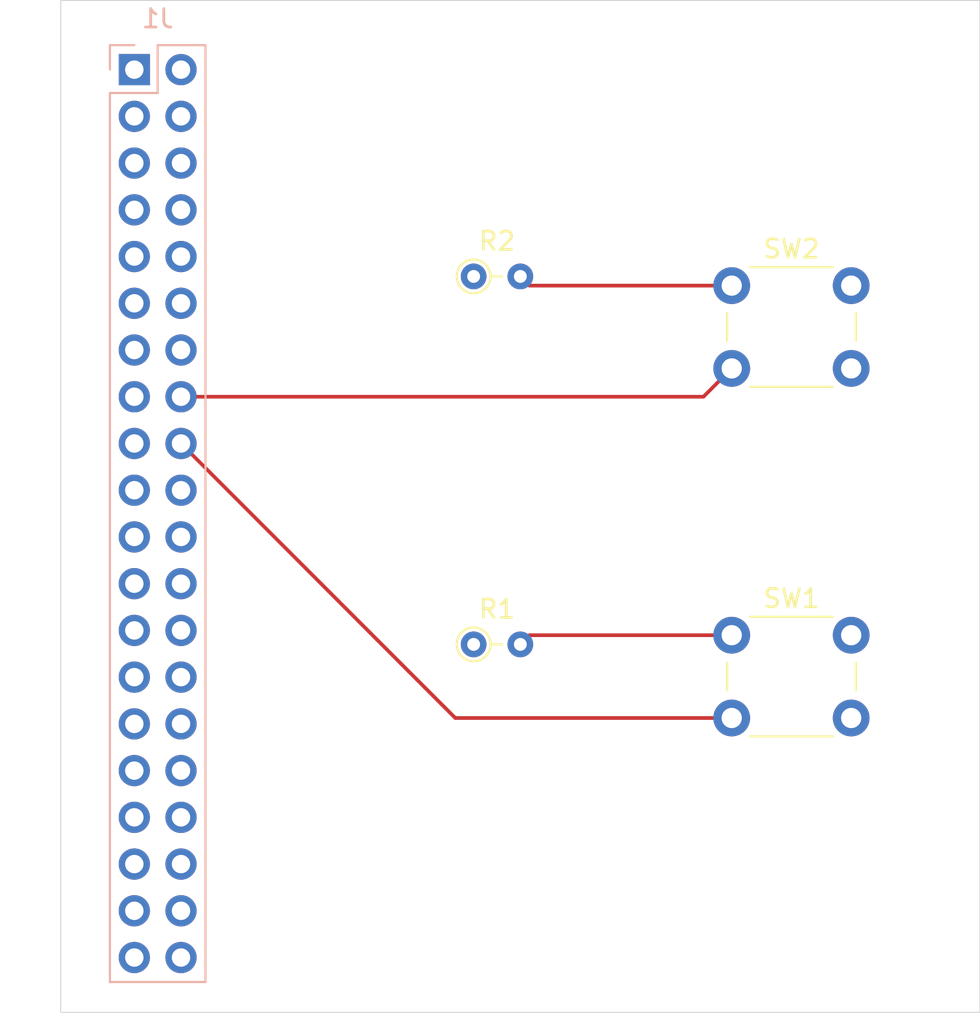
<source format=kicad_pcb>
(kicad_pcb (version 20241229) (generator "pcbnew") (generator_version "9.0")
  (title_block (title "PCB Button") (date "2025-04-22") (rev "1") (company "Aero Scan"))
  (layers (0 "F.Cu" signal) (2 "B.Cu" signal) (13 "F.Paste" user) (15 "B.Paste" user) (5 "F.SilkS" user "F.Silkscreen") (7 "B.SilkS" user "B.Silkscreen") (1 "F.Mask" user) (3 "B.Mask" user) (25 "Edge.Cuts" user))
  (net 0 "")
  (net 4 "Net-(J1-Pin_16)")
  (net 9 "Net-(J1-Pin_18)")
  (net 39 "GND")
  (net 41 "Net-(R1-Pad2)")
  (net 42 "Net-(R2-Pad2)")
  (footprint "Resistor_THT:R_Axial_DIN0204_L3.6mm_D1.6mm_P2.54mm_Vertical" (layer "F.Cu") (at 114.46 62)
    (property "Reference" "R2" (at 1.27 -1.92 0) (layer "F.SilkS"))
    (property "Value" "R")
    (fp_line (start 0.92 0) (end 1.54 0) (stroke (width 0.12)) (layer "F.SilkS"))
    (fp_circle (center 0 0) (end 0.92 0) (stroke (width 0.12)) (fill no) (layer "F.SilkS"))
    (pad "1" thru_hole circle (at 0 0) (size 1.4 1.4) (drill 0.7) (layers "*.Cu" "*.Mask") (net 39 "GND"))
    (pad "2" thru_hole oval (at 2.54 0) (size 1.4 1.4) (drill 0.7) (layers "*.Cu" "*.Mask") (net 42 "Net-(R2-Pad2)"))
  )
  (footprint "Resistor_THT:R_Axial_DIN0204_L3.6mm_D1.6mm_P2.54mm_Vertical" (layer "F.Cu") (at 114.46 82)
    (property "Reference" "R1" (at 1.27 -1.92 0) (layer "F.SilkS"))
    (property "Value" "R")
    (fp_line (start 0.92 0) (end 1.54 0) (stroke (width 0.12)) (layer "F.SilkS"))
    (fp_circle (center 0 0) (end 0.92 0) (stroke (width 0.12)) (fill no) (layer "F.SilkS"))
    (pad "1" thru_hole circle (at 0 0) (size 1.4 1.4) (drill 0.7) (layers "*.Cu" "*.Mask") (net 39 "GND"))
    (pad "2" thru_hole oval (at 2.54 0) (size 1.4 1.4) (drill 0.7) (layers "*.Cu" "*.Mask") (net 41 "Net-(R1-Pad2)"))
  )
  (footprint "Button_Switch_THT:SW_PUSH_6mm_H9.5mm" (layer "F.Cu") (at 128.5 62.5)
    (property "Reference" "SW2" (at 3.25 -2 0) (layer "F.SilkS"))
    (property "Value" "SW_Push")
    (fp_line (start -0.25 1.5) (end -0.25 3) (stroke (width 0.12)) (layer "F.SilkS"))
    (fp_line (start 1 5.5) (end 5.5 5.5) (stroke (width 0.12)) (layer "F.SilkS"))
    (fp_line (start 5.5 -1) (end 1 -1) (stroke (width 0.12)) (layer "F.SilkS"))
    (fp_line (start 6.75 3) (end 6.75 1.5) (stroke (width 0.12)) (layer "F.SilkS"))
    (pad "1" thru_hole circle (at 0 0 90) (size 2 2) (drill 1.1) (layers "*.Cu" "*.Mask") (net 42 "Net-(R2-Pad2)"))
    (pad "1" thru_hole circle (at 6.5 0 90) (size 2 2) (drill 1.1) (layers "*.Cu" "*.Mask") (net 42 "Net-(R2-Pad2)"))
    (pad "2" thru_hole circle (at 0 4.5 90) (size 2 2) (drill 1.1) (layers "*.Cu" "*.Mask") (net 4 "Net-(J1-Pin_16)"))
    (pad "2" thru_hole circle (at 6.5 4.5 90) (size 2 2) (drill 1.1) (layers "*.Cu" "*.Mask") (net 4 "Net-(J1-Pin_16)"))
  )
  (footprint "Button_Switch_THT:SW_PUSH_6mm_H9.5mm" (layer "F.Cu") (at 128.5 81.5)
    (property "Reference" "SW1" (at 3.25 -2 0) (layer "F.SilkS"))
    (property "Value" "SW_Push")
    (fp_line (start -0.25 1.5) (end -0.25 3) (stroke (width 0.12)) (layer "F.SilkS"))
    (fp_line (start 1 5.5) (end 5.5 5.5) (stroke (width 0.12)) (layer "F.SilkS"))
    (fp_line (start 5.5 -1) (end 1 -1) (stroke (width 0.12)) (layer "F.SilkS"))
    (fp_line (start 6.75 3) (end 6.75 1.5) (stroke (width 0.12)) (layer "F.SilkS"))
    (pad "1" thru_hole circle (at 0 0 90) (size 2 2) (drill 1.1) (layers "*.Cu" "*.Mask") (net 41 "Net-(R1-Pad2)"))
    (pad "1" thru_hole circle (at 6.5 0 90) (size 2 2) (drill 1.1) (layers "*.Cu" "*.Mask") (net 41 "Net-(R1-Pad2)"))
    (pad "2" thru_hole circle (at 0 4.5 90) (size 2 2) (drill 1.1) (layers "*.Cu" "*.Mask") (net 9 "Net-(J1-Pin_18)"))
    (pad "2" thru_hole circle (at 6.5 4.5 90) (size 2 2) (drill 1.1) (layers "*.Cu" "*.Mask") (net 9 "Net-(J1-Pin_18)"))
  )
  (footprint "Connector_PinSocket_2.54mm:PinSocket_2x20_P2.54mm_Vertical" (layer "B.Cu") (at 96 50.76 180)
    (property "Reference" "J1" (at -1.27 2.77 0) (layer "B.SilkS") (effects (justify mirror)))
    (property "Value" "Conn_02x20_Odd_Even")
    (fp_line (start 1.33 1.33) (end 1.33 0) (stroke (width 0.12)) (layer "B.SilkS"))
    (fp_line (start 1.33 -1.27) (end 1.33 -49.59) (stroke (width 0.12)) (layer "B.SilkS"))
    (fp_line (start 0 1.33) (end 1.33 1.33) (stroke (width 0.12)) (layer "B.SilkS"))
    (fp_line (start -1.27 1.33) (end -1.27 -1.27) (stroke (width 0.12)) (layer "B.SilkS"))
    (fp_line (start -1.27 -1.27) (end 1.33 -1.27) (stroke (width 0.12)) (layer "B.SilkS"))
    (fp_line (start -3.87 1.33) (end -1.27 1.33) (stroke (width 0.12)) (layer "B.SilkS"))
    (fp_line (start -3.87 1.33) (end -3.87 -49.59) (stroke (width 0.12)) (layer "B.SilkS"))
    (fp_line (start -3.87 -49.59) (end 1.33 -49.59) (stroke (width 0.12)) (layer "B.SilkS"))
    (pad "1" thru_hole rect (at 0 0 180) (size 1.7 1.7) (drill 1) (layers "*.Cu" "*.Mask"))
    (pad "2" thru_hole circle (at -2.54 0 180) (size 1.7 1.7) (drill 1) (layers "*.Cu" "*.Mask"))
    (pad "3" thru_hole circle (at 0 -2.54 180) (size 1.7 1.7) (drill 1) (layers "*.Cu" "*.Mask"))
    (pad "4" thru_hole circle (at -2.54 -2.54 180) (size 1.7 1.7) (drill 1) (layers "*.Cu" "*.Mask"))
    (pad "5" thru_hole circle (at 0 -5.08 180) (size 1.7 1.7) (drill 1) (layers "*.Cu" "*.Mask"))
    (pad "6" thru_hole circle (at -2.54 -5.08 180) (size 1.7 1.7) (drill 1) (layers "*.Cu" "*.Mask"))
    (pad "7" thru_hole circle (at 0 -7.62 180) (size 1.7 1.7) (drill 1) (layers "*.Cu" "*.Mask"))
    (pad "8" thru_hole circle (at -2.54 -7.62 180) (size 1.7 1.7) (drill 1) (layers "*.Cu" "*.Mask"))
    (pad "9" thru_hole circle (at 0 -10.16 180) (size 1.7 1.7) (drill 1) (layers "*.Cu" "*.Mask") (net 39 "GND"))
    (pad "10" thru_hole circle (at -2.54 -10.16 180) (size 1.7 1.7) (drill 1) (layers "*.Cu" "*.Mask"))
    (pad "11" thru_hole circle (at 0 -12.7 180) (size 1.7 1.7) (drill 1) (layers "*.Cu" "*.Mask"))
    (pad "12" thru_hole circle (at -2.54 -12.7 180) (size 1.7 1.7) (drill 1) (layers "*.Cu" "*.Mask"))
    (pad "13" thru_hole circle (at 0 -15.24 180) (size 1.7 1.7) (drill 1) (layers "*.Cu" "*.Mask"))
    (pad "14" thru_hole circle (at -2.54 -15.24 180) (size 1.7 1.7) (drill 1) (layers "*.Cu" "*.Mask"))
    (pad "15" thru_hole circle (at 0 -17.78 180) (size 1.7 1.7) (drill 1) (layers "*.Cu" "*.Mask"))
    (pad "16" thru_hole circle (at -2.54 -17.78 180) (size 1.7 1.7) (drill 1) (layers "*.Cu" "*.Mask") (net 4 "Net-(J1-Pin_16)"))
    (pad "17" thru_hole circle (at 0 -20.32 180) (size 1.7 1.7) (drill 1) (layers "*.Cu" "*.Mask"))
    (pad "18" thru_hole circle (at -2.54 -20.32 180) (size 1.7 1.7) (drill 1) (layers "*.Cu" "*.Mask") (net 9 "Net-(J1-Pin_18)"))
    (pad "19" thru_hole circle (at 0 -22.86 180) (size 1.7 1.7) (drill 1) (layers "*.Cu" "*.Mask"))
    (pad "20" thru_hole circle (at -2.54 -22.86 180) (size 1.7 1.7) (drill 1) (layers "*.Cu" "*.Mask"))
    (pad "21" thru_hole circle (at 0 -25.4 180) (size 1.7 1.7) (drill 1) (layers "*.Cu" "*.Mask"))
    (pad "22" thru_hole circle (at -2.54 -25.4 180) (size 1.7 1.7) (drill 1) (layers "*.Cu" "*.Mask"))
    (pad "23" thru_hole circle (at 0 -27.94 180) (size 1.7 1.7) (drill 1) (layers "*.Cu" "*.Mask"))
    (pad "24" thru_hole circle (at -2.54 -27.94 180) (size 1.7 1.7) (drill 1) (layers "*.Cu" "*.Mask"))
    (pad "25" thru_hole circle (at 0 -30.48 180) (size 1.7 1.7) (drill 1) (layers "*.Cu" "*.Mask"))
    (pad "26" thru_hole circle (at -2.54 -30.48 180) (size 1.7 1.7) (drill 1) (layers "*.Cu" "*.Mask"))
    (pad "27" thru_hole circle (at 0 -33.02 180) (size 1.7 1.7) (drill 1) (layers "*.Cu" "*.Mask"))
    (pad "28" thru_hole circle (at -2.54 -33.02 180) (size 1.7 1.7) (drill 1) (layers "*.Cu" "*.Mask"))
    (pad "29" thru_hole circle (at 0 -35.56 180) (size 1.7 1.7) (drill 1) (layers "*.Cu" "*.Mask"))
    (pad "30" thru_hole circle (at -2.54 -35.56 180) (size 1.7 1.7) (drill 1) (layers "*.Cu" "*.Mask"))
    (pad "31" thru_hole circle (at 0 -38.1 180) (size 1.7 1.7) (drill 1) (layers "*.Cu" "*.Mask"))
    (pad "32" thru_hole circle (at -2.54 -38.1 180) (size 1.7 1.7) (drill 1) (layers "*.Cu" "*.Mask"))
    (pad "33" thru_hole circle (at 0 -40.64 180) (size 1.7 1.7) (drill 1) (layers "*.Cu" "*.Mask"))
    (pad "34" thru_hole circle (at -2.54 -40.64 180) (size 1.7 1.7) (drill 1) (layers "*.Cu" "*.Mask"))
    (pad "35" thru_hole circle (at 0 -43.18 180) (size 1.7 1.7) (drill 1) (layers "*.Cu" "*.Mask"))
    (pad "36" thru_hole circle (at -2.54 -43.18 180) (size 1.7 1.7) (drill 1) (layers "*.Cu" "*.Mask"))
    (pad "37" thru_hole circle (at 0 -45.72 180) (size 1.7 1.7) (drill 1) (layers "*.Cu" "*.Mask"))
    (pad "38" thru_hole circle (at -2.54 -45.72 180) (size 1.7 1.7) (drill 1) (layers "*.Cu" "*.Mask"))
    (pad "39" thru_hole circle (at 0 -48.26 180) (size 1.7 1.7) (drill 1) (layers "*.Cu" "*.Mask"))
    (pad "40" thru_hole circle (at -2.54 -48.26 180) (size 1.7 1.7) (drill 1) (layers "*.Cu" "*.Mask"))
  )
  (gr_rect (start 92 47) (end 142 102) (stroke (width 0.05)) (fill no) (layer "Edge.Cuts"))
  (segment (start 126.96 68.54) (end 98.54 68.54) (width 0.2) (layer "F.Cu") (net 4))
  (segment (start 128.5 67) (end 126.96 68.54) (width 0.2) (layer "F.Cu") (net 4))
  (segment (start 128.5 86) (end 113.46 86) (width 0.2) (layer "F.Cu") (net 9))
  (segment (start 113.46 86) (end 98.54 71.08) (width 0.2) (layer "F.Cu") (net 9))
  (segment (start 114.389 62.071) (end 114.46 62) (width 0.2) (layer "F.Cu") (net 39))
  (segment (start 117.5 81.5) (end 117 82) (width 0.2) (layer "F.Cu") (net 41))
  (segment (start 128.5 81.5) (end 117.5 81.5) (width 0.2) (layer "F.Cu") (net 41))
  (segment (start 128.5 62.5) (end 117.5 62.5) (width 0.2) (layer "F.Cu") (net 42))
  (segment (start 117.5 62.5) (end 117 62) (width 0.2) (layer "F.Cu") (net 42))
)
</source>
